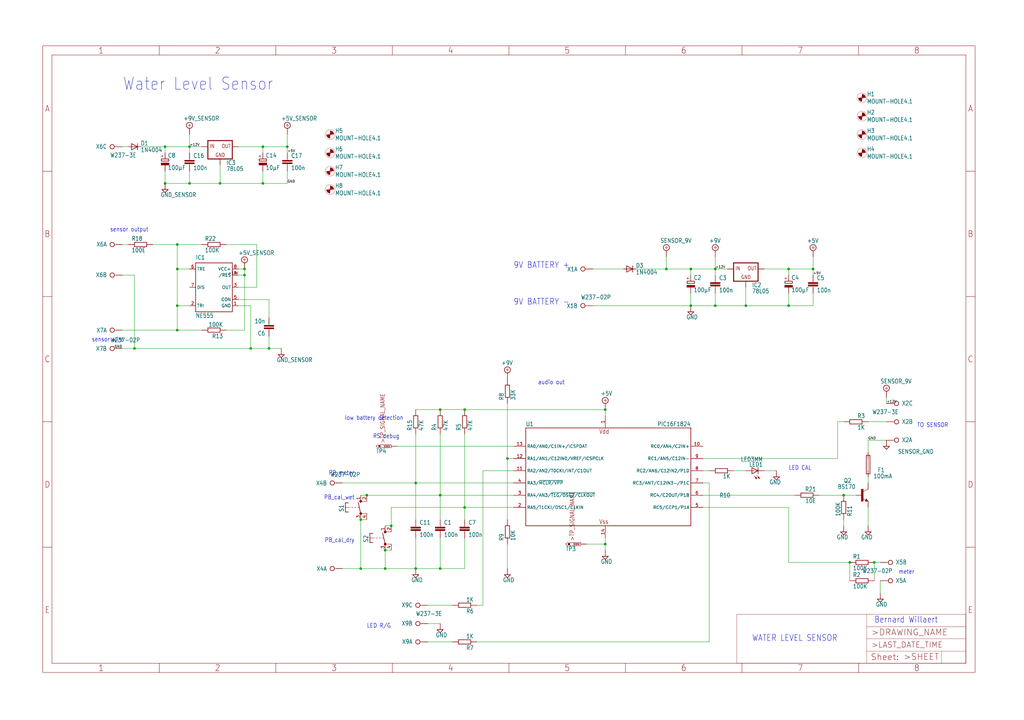
<source format=kicad_sch>
(kicad_sch (version 20211123) (generator eeschema)
  (paper "User" 425.45 299.161)
  (lib_symbols
    (symbol "WLS-eagle-import:+12V" (power)
      (property "Value" "+12V" (at -2.54 3.175 0))
      (symbol "+12V_1_0"
        (pin power_in line (at 0 -2.54 90) (length 2.54) (name "+12V") (number "1"))
      )
    )
    (symbol "WLS-eagle-import:+5V" (power)
      (property "Value" "+5V" (at -1.905 3.175 0))
      (symbol "+5V_1_0"
        (pin power_in line (at 0 -2.54 90) (length 2.54) (name "+5V") (number "1"))
      )
    )
    (symbol "WLS-eagle-import:-NPN-TO92-CBE"
      (property "Reference" "T" (at -10.16 7.62 0))
      (property "Value" "-NPN-TO92-CBE" (at -10.16 5.08 0))
      (symbol "-NPN-TO92-CBE_1_0"
        (pin passive line (at -2.54 0 0) (length 2.54) (name "B") (number "B"))
        (pin passive line (at 2.54 5.08 270) (length 2.54) (name "C") (number "C"))
        (pin passive line (at 2.54 -5.08 90) (length 2.54) (name "E") (number "E"))
      )
    )
    (symbol "WLS-eagle-import:1N4004"
      (property "Reference" "D" (at 2.54 0.4826 0))
      (property "Value" "1N4004" (at 2.54 -2.3114 0))
      (symbol "1N4004_1_0"
        (pin passive line (at -2.54 0 0) (length 2.54) (name "A") (number "A"))
        (pin passive line (at 2.54 0 180) (length 2.54) (name "C") (number "C"))
      )
    )
    (symbol "WLS-eagle-import:78LXX"
      (property "Reference" "IC" (at 2.54 -7.62 0))
      (property "Value" "78LXX" (at 2.54 -10.16 0))
      (symbol "78LXX_1_0"
        (text "GND" (at -2.032 -4.318 0) (effects (font (size 1.524 1.2954)) (justify left bottom)))
        (text "IN" (at -4.445 -0.635 0) (effects (font (size 1.524 1.2954)) (justify left bottom)))
        (text "OUT" (at 0.635 -0.635 0) (effects (font (size 1.524 1.2954)) (justify left bottom)))
        (pin input line (at 0 -7.62 90) (length 2.54) (name "GND") (number "GND"))
        (pin input line (at -7.62 0 0) (length 2.54) (name "IN") (number "IN"))
        (pin passive line (at 7.62 0 180) (length 2.54) (name "OUT") (number "OUT"))
      )
    )
    (symbol "WLS-eagle-import:A3L-LOC"
      (symbol "A3L-LOC_0_0"
        (text "1" (at 24.2094 1.905 0) (effects (font (size 2.54 2.286))))
        (text "1" (at 24.2094 258.445 0) (effects (font (size 2.54 2.286))))
        (text "2" (at 72.6281 1.905 0) (effects (font (size 2.54 2.286))))
        (text "2" (at 72.6281 258.445 0) (effects (font (size 2.54 2.286))))
        (text "3" (at 121.0469 1.905 0) (effects (font (size 2.54 2.286))))
        (text "3" (at 121.0469 258.445 0) (effects (font (size 2.54 2.286))))
        (text "4" (at 169.4656 1.905 0) (effects (font (size 2.54 2.286))))
        (text "4" (at 169.4656 258.445 0) (effects (font (size 2.54 2.286))))
        (text "5" (at 217.8844 1.905 0) (effects (font (size 2.54 2.286))))
        (text "5" (at 217.8844 258.445 0) (effects (font (size 2.54 2.286))))
        (text "6" (at 266.3031 1.905 0) (effects (font (size 2.54 2.286))))
        (text "6" (at 266.3031 258.445 0) (effects (font (size 2.54 2.286))))
        (text "7" (at 314.7219 1.905 0) (effects (font (size 2.54 2.286))))
        (text "7" (at 314.7219 258.445 0) (effects (font (size 2.54 2.286))))
        (text "8" (at 363.1406 1.905 0) (effects (font (size 2.54 2.286))))
        (text "8" (at 363.1406 258.445 0) (effects (font (size 2.54 2.286))))
        (text "A" (at 1.905 234.315 0) (effects (font (size 2.54 2.286))))
        (text "A" (at 385.445 234.315 0) (effects (font (size 2.54 2.286))))
        (text "B" (at 1.905 182.245 0) (effects (font (size 2.54 2.286))))
        (text "B" (at 385.445 182.245 0) (effects (font (size 2.54 2.286))))
        (text "C" (at 1.905 130.175 0) (effects (font (size 2.54 2.286))))
        (text "C" (at 385.445 130.175 0) (effects (font (size 2.54 2.286))))
        (text "D" (at 1.905 78.105 0) (effects (font (size 2.54 2.286))))
        (text "D" (at 385.445 78.105 0) (effects (font (size 2.54 2.286))))
        (text "E" (at 1.905 26.035 0) (effects (font (size 2.54 2.286))))
        (text "E" (at 385.445 26.035 0) (effects (font (size 2.54 2.286))))
      )
      (symbol "A3L-LOC_1_0"
        (text ">DRAWING_NAME" (at 344.17 15.24 0) (effects (font (size 2.54 2.54)) (justify left bottom)))
        (text ">LAST_DATE_TIME" (at 344.17 10.16 0) (effects (font (size 2.286 2.286)) (justify left bottom)))
        (text ">SHEET" (at 357.505 5.08 0) (effects (font (size 2.54 2.54)) (justify left bottom)))
        (text "Sheet:" (at 343.916 4.953 0) (effects (font (size 2.54 2.54)) (justify left bottom)))
      )
    )
    (symbol "WLS-eagle-import:C-EU050-025X075"
      (property "Reference" "C" (at 1.524 0.381 0))
      (property "Value" "C-EU050-025X075" (at 1.524 -4.699 0))
      (symbol "C-EU050-025X075_1_0"
        (pin passive line (at 0 2.54 270) (length 2.54) (name "1") (number "1"))
        (pin passive line (at 0 -5.08 90) (length 2.54) (name "2") (number "2"))
      )
    )
    (symbol "WLS-eagle-import:CPOL-EUE5-6"
      (property "Reference" "C" (at 1.143 0.4826 0))
      (property "Value" "CPOL-EUE5-6" (at 1.143 -4.5974 0))
      (symbol "CPOL-EUE5-6_1_0"
        (text "+" (at -0.5842 0.4064 900) (effects (font (size 1.27 1.0795)) (justify left bottom)))
        (pin passive line (at 0 2.54 270) (length 2.54) (name "+") (number "+"))
        (pin passive line (at 0 -5.08 90) (length 2.54) (name "-") (number "-"))
      )
    )
    (symbol "WLS-eagle-import:DTE6K"
      (property "Reference" "S" (at -6.985 -1.905 90))
      (property "Value" "DTE6K" (at -4.445 2.54 90))
      (symbol "DTE6K_1_0"
        (pin passive line (at 0 5.08 270) (length 2.54) (name "S") (number "1"))
        (pin passive line (at 2.54 5.08 270) (length 2.54) (name "S@1") (number "2"))
        (pin passive line (at 0 -5.08 90) (length 2.54) (name "P") (number "3"))
        (pin passive line (at 2.54 -5.08 90) (length 2.54) (name "P@1") (number "4"))
      )
    )
    (symbol "WLS-eagle-import:GND" (power)
      (property "Value" "GND" (at -1.905 -3.175 0))
      (symbol "GND_1_0"
        (pin power_in line (at 0 2.54 270) (length 2.54) (name "GND") (number "1"))
      )
    )
    (symbol "WLS-eagle-import:LED3MM"
      (property "Reference" "LED" (at 3.556 -4.572 90))
      (property "Value" "LED3MM" (at 5.715 -4.572 90))
      (symbol "LED3MM_1_0"
        (pin passive line (at 0 2.54 270) (length 2.54) (name "A") (number "A"))
        (pin passive line (at 0 -5.08 90) (length 2.54) (name "C") (number "K"))
      )
    )
    (symbol "WLS-eagle-import:MOUNT-HOLE4.1"
      (property "Reference" "H" (at 2.032 0.5842 0))
      (property "Value" "MOUNT-HOLE4.1" (at 2.032 -2.4638 0))
    )
    (symbol "WLS-eagle-import:NE555"
      (property "Reference" "IC" (at -7.62 11.43 0))
      (property "Value" "NE555" (at -7.62 -12.7 0))
      (symbol "NE555_1_0"
        (pin power_in line (at 10.16 -7.62 180) (length 2.54) (name "GND") (number "1"))
        (pin input line (at -10.16 -7.62 0) (length 2.54) (name "TRI") (number "2"))
        (pin output line (at 10.16 0 180) (length 2.54) (name "OUT") (number "3"))
        (pin input line (at 10.16 5.08 180) (length 2.54) (name "/RES") (number "4"))
        (pin input line (at 10.16 -5.08 180) (length 2.54) (name "CON") (number "5"))
        (pin input line (at -10.16 7.62 0) (length 2.54) (name "TRE") (number "6"))
        (pin input line (at -10.16 0 0) (length 2.54) (name "DIS") (number "7"))
        (pin power_in line (at 10.16 7.62 180) (length 2.54) (name "VCC+") (number "8"))
      )
    )
    (symbol "WLS-eagle-import:PIC16616P"
      (property "Reference" "U" (at -33.02 20.955 0))
      (property "Value" "PIC16616P" (at 35.56 20.955 0))
      (symbol "PIC16616P_1_0"
        (text "Vdd" (at -2.54 17.78 0) (effects (font (size 1.778 1.5113)) (justify left bottom)))
        (text "Vss" (at -2.54 -19.685 0) (effects (font (size 1.778 1.5113)) (justify left bottom)))
        (pin power_in line (at 0 25.4 270) (length 5.08) (name "VDD") (number "1"))
        (pin bidirectional line (at 40.64 12.7 180) (length 5.08) (name "RC0/AN4/C2IN+") (number "10"))
        (pin bidirectional line (at -38.1 2.54 0) (length 5.08) (name "RA2/AN2/T0CKI/INT/C1OUT") (number "11"))
        (pin bidirectional line (at -38.1 7.62 0) (length 5.08) (name "RA1/AN1/C12IN0/VREF/ICSPCLK") (number "12"))
        (pin bidirectional line (at -38.1 12.7 0) (length 5.08) (name "RA0/AN0/C1IN+/ICSPDAT") (number "13"))
        (pin power_in line (at 0 -25.4 90) (length 5.08) (name "VSS") (number "14"))
        (pin bidirectional line (at -38.1 -12.7 0) (length 5.08) (name "RA5/T1CKI/OSC1/CLKIN") (number "2"))
        (pin bidirectional line (at -38.1 -7.62 0) (length 5.08) (name "RA4/AN3/~{T1G/OSC2/CLKOUT}") (number "3"))
        (pin input line (at -38.1 -2.54 0) (length 5.08) (name "RA3/~{MCLR/VPP}") (number "4"))
        (pin bidirectional line (at 40.64 -12.7 180) (length 5.08) (name "RC5/CCP1/P1A") (number "5"))
        (pin bidirectional line (at 40.64 -7.62 180) (length 5.08) (name "RC4/C2OUT/P1B") (number "6"))
        (pin bidirectional line (at 40.64 -2.54 180) (length 5.08) (name "RC3/AN7/C12IN3-/P1C") (number "7"))
        (pin bidirectional line (at 40.64 2.54 180) (length 5.08) (name "RC2/AN6/C12IN2/P1D") (number "8"))
        (pin bidirectional line (at 40.64 7.62 180) (length 5.08) (name "RC1/AN5/C12IN-") (number "9"))
      )
    )
    (symbol "WLS-eagle-import:PTR1PAD1-17"
      (property "Reference" "TP" (at -1.016 -6.35 90))
      (symbol "PTR1PAD1-17_1_0"
        (text ">TP_SIGNAL_NAME" (at 1.27 -2.54 0) (effects (font (size 1.778 1.5113)) (justify left bottom)))
        (pin input line (at 0 2.54 270) (length 2.54) (name "TP") (number "TP"))
      )
    )
    (symbol "WLS-eagle-import:R-EU_0207{slash}10"
      (property "Reference" "R" (at -3.81 1.4986 0))
      (property "Value" "R-EU_0207{slash}10" (at -3.81 -3.302 0))
      (symbol "R-EU_0207{slash}10_1_0"
        (pin passive line (at -5.08 0 0) (length 2.54) (name "1") (number "1"))
        (pin passive line (at 5.08 0 180) (length 2.54) (name "2") (number "2"))
      )
    )
    (symbol "WLS-eagle-import:TR5"
      (property "Reference" "F" (at -3.81 1.397 0))
      (property "Value" "TR5" (at -3.81 -2.921 0))
      (symbol "TR5_1_0"
        (pin passive line (at -5.08 0 0) (length 2.54) (name "1") (number "1"))
        (pin passive line (at 5.08 0 180) (length 2.54) (name "2") (number "2"))
      )
    )
    (symbol "WLS-eagle-import:W237-02P"
      (property "Reference" "X" (at -1.27 0.889 0))
      (property "Value" "W237-02P" (at 0 2.54 0))
      (symbol "W237-02P_1_0"
        (pin passive line (at 5.08 0 180) (length 2.54) (name "KL") (number "1"))
      )
      (symbol "W237-02P_2_0"
        (pin passive line (at 5.08 0 180) (length 2.54) (name "KL") (number "2"))
      )
    )
    (symbol "WLS-eagle-import:W237-3E"
      (property "Reference" "X" (at -1.27 0.889 0))
      (property "Value" "W237-3E" (at 0 2.54 0))
      (symbol "W237-3E_1_0"
        (pin passive line (at 5.08 0 180) (length 2.54) (name "KL") (number "1"))
      )
      (symbol "W237-3E_2_0"
        (pin passive line (at 5.08 0 180) (length 2.54) (name "KL") (number "2"))
      )
      (symbol "W237-3E_3_0"
        (pin passive line (at 5.08 0 180) (length 2.54) (name "KL") (number "3"))
      )
    )
  )
  (junction (at 152.4 205.74))
  (junction (at 182.88 205.74))
  (junction (at 182.88 236.22))
  (junction (at 210.82 190.5))
  (junction (at 251.46 170.18))
  (junction (at 251.46 226.06))
  (junction (at 91.44 76.2))
  (junction (at 78.74 60.96))
  (junction (at 327.66 127))
  (junction (at 363.22 233.68))
  (junction (at 172.72 200.66))
  (junction (at 101.6 114.3))
  (junction (at 337.82 111.76))
  (junction (at 101.6 111.76))
  (junction (at 353.06 233.68))
  (junction (at 68.58 60.96))
  (junction (at 327.66 111.76))
  (junction (at 111.76 144.78))
  (junction (at 160.02 228.6))
  (junction (at 350.52 205.74))
  (junction (at 162.56 218.44))
  (junction (at 297.18 111.76))
  (junction (at 109.22 76.2))
  (junction (at 182.88 170.18))
  (junction (at 193.04 210.82))
  (junction (at 160.02 236.22))
  (junction (at 297.18 127))
  (junction (at 149.86 236.22))
  (junction (at 287.02 127))
  (junction (at 309.88 127))
  (junction (at 193.04 170.18))
  (junction (at 78.74 76.2))
  (junction (at 109.22 60.96))
  (junction (at 276.86 111.76))
  (junction (at 149.86 215.9))
  (junction (at 73.66 137.16))
  (junction (at 55.88 144.78))
  (junction (at 104.14 144.78))
  (junction (at 73.66 101.6))
  (junction (at 172.72 236.22))
  (junction (at 119.38 60.96))
  (junction (at 73.66 127))
  (junction (at 73.66 111.76))
  (junction (at 68.58 76.2))
  (junction (at 287.02 111.76))
  (wire (pts (xy 193.04 170.18) (xy 251.46 170.18)))
  (wire (pts (xy 360.68 175.26) (xy 368.3 175.26)))
  (wire (pts (xy 106.68 101.6) (xy 106.68 119.38)))
  (wire (pts (xy 355.6 205.74) (xy 350.52 205.74)))
  (wire (pts (xy 109.22 60.96) (xy 119.38 60.96)))
  (wire (pts (xy 172.72 223.52) (xy 172.72 236.22)))
  (wire (pts (xy 50.8 137.16) (xy 73.66 137.16)))
  (wire (pts (xy 210.82 236.22) (xy 210.82 226.06)))
  (wire (pts (xy 160.02 228.6) (xy 160.02 236.22)))
  (wire (pts (xy 162.56 218.44) (xy 160.02 218.44)))
  (wire (pts (xy 149.86 215.9) (xy 149.86 236.22)))
  (wire (pts (xy 99.06 60.96) (xy 109.22 60.96)))
  (wire (pts (xy 297.18 121.92) (xy 297.18 127)))
  (wire (pts (xy 172.72 180.34) (xy 172.72 200.66)))
  (wire (pts (xy 109.22 63.5) (xy 109.22 60.96)))
  (wire (pts (xy 78.74 60.96) (xy 78.74 55.88)))
  (wire (pts (xy 68.58 76.2) (xy 78.74 76.2)))
  (wire (pts (xy 101.6 114.3) (xy 101.6 111.76)))
  (wire (pts (xy 111.76 124.46) (xy 111.76 132.08)))
  (wire (pts (xy 83.82 137.16) (xy 73.66 137.16)))
  (wire (pts (xy 294.64 266.7) (xy 198.12 266.7)))
  (wire (pts (xy 73.66 111.76) (xy 78.74 111.76)))
  (wire (pts (xy 152.4 205.74) (xy 182.88 205.74)))
  (wire (pts (xy 111.76 139.7) (xy 111.76 144.78)))
  (wire (pts (xy 83.82 101.6) (xy 73.66 101.6)))
  (wire (pts (xy 172.72 170.18) (xy 182.88 170.18)))
  (wire (pts (xy 210.82 190.5) (xy 213.36 190.5)))
  (wire (pts (xy 193.04 180.34) (xy 193.04 210.82)))
  (wire (pts (xy 292.1 205.74) (xy 330.2 205.74)))
  (wire (pts (xy 182.88 205.74) (xy 213.36 205.74)))
  (wire (pts (xy 104.14 144.78) (xy 111.76 144.78)))
  (wire (pts (xy 337.82 127) (xy 337.82 121.92)))
  (wire (pts (xy 152.4 205.74) (xy 149.86 205.74)))
  (wire (pts (xy 101.6 111.76) (xy 99.06 111.76)))
  (wire (pts (xy 193.04 236.22) (xy 193.04 223.52)))
  (wire (pts (xy 350.52 215.9) (xy 350.52 218.44)))
  (wire (pts (xy 177.8 259.08) (xy 182.88 259.08)))
  (wire (pts (xy 78.74 60.96) (xy 83.82 60.96)))
  (wire (pts (xy 276.86 106.68) (xy 276.86 111.76)))
  (wire (pts (xy 327.66 210.82) (xy 327.66 233.68)))
  (wire (pts (xy 360.68 200.66) (xy 360.68 198.12)))
  (wire (pts (xy 246.38 111.76) (xy 259.08 111.76)))
  (wire (pts (xy 50.8 60.96) (xy 53.34 60.96)))
  (wire (pts (xy 55.88 144.78) (xy 104.14 144.78)))
  (wire (pts (xy 347.98 190.5) (xy 347.98 175.26)))
  (wire (pts (xy 63.5 101.6) (xy 73.66 101.6)))
  (wire (pts (xy 91.44 68.58) (xy 91.44 76.2)))
  (wire (pts (xy 182.88 236.22) (xy 193.04 236.22)))
  (wire (pts (xy 152.4 215.9) (xy 149.86 215.9)))
  (wire (pts (xy 142.24 200.66) (xy 172.72 200.66)))
  (wire (pts (xy 78.74 76.2) (xy 91.44 76.2)))
  (wire (pts (xy 264.16 111.76) (xy 276.86 111.76)))
  (wire (pts (xy 347.98 175.26) (xy 350.52 175.26)))
  (wire (pts (xy 193.04 210.82) (xy 213.36 210.82)))
  (wire (pts (xy 287.02 111.76) (xy 297.18 111.76)))
  (wire (pts (xy 119.38 63.5) (xy 119.38 60.96)))
  (wire (pts (xy 365.76 241.3) (xy 365.76 246.38)))
  (wire (pts (xy 309.88 127) (xy 327.66 127)))
  (wire (pts (xy 182.88 170.18) (xy 193.04 170.18)))
  (wire (pts (xy 182.88 236.22) (xy 172.72 236.22)))
  (wire (pts (xy 297.18 111.76) (xy 302.26 111.76)))
  (wire (pts (xy 149.86 236.22) (xy 142.24 236.22)))
  (wire (pts (xy 172.72 236.22) (xy 160.02 236.22)))
  (wire (pts (xy 200.66 251.46) (xy 200.66 195.58)))
  (wire (pts (xy 309.88 119.38) (xy 309.88 127)))
  (wire (pts (xy 68.58 71.12) (xy 68.58 76.2)))
  (wire (pts (xy 182.88 215.9) (xy 182.88 205.74)))
  (wire (pts (xy 101.6 137.16) (xy 93.98 137.16)))
  (wire (pts (xy 160.02 236.22) (xy 149.86 236.22)))
  (wire (pts (xy 360.68 182.88) (xy 360.68 187.96)))
  (wire (pts (xy 327.66 127) (xy 337.82 127)))
  (wire (pts (xy 294.64 200.66) (xy 294.64 266.7)))
  (wire (pts (xy 101.6 114.3) (xy 101.6 137.16)))
  (wire (pts (xy 317.5 111.76) (xy 327.66 111.76)))
  (wire (pts (xy 50.8 101.6) (xy 53.34 101.6)))
  (wire (pts (xy 119.38 60.96) (xy 119.38 55.88)))
  (wire (pts (xy 198.12 251.46) (xy 200.66 251.46)))
  (wire (pts (xy 99.06 127) (xy 104.14 127)))
  (wire (pts (xy 55.88 114.3) (xy 55.88 144.78)))
  (wire (pts (xy 165.1 185.42) (xy 213.36 185.42)))
  (wire (pts (xy 327.66 233.68) (xy 353.06 233.68)))
  (wire (pts (xy 327.66 111.76) (xy 337.82 111.76)))
  (wire (pts (xy 287.02 127) (xy 297.18 127)))
  (wire (pts (xy 353.06 233.68) (xy 353.06 241.3)))
  (wire (pts (xy 213.36 195.58) (xy 200.66 195.58)))
  (wire (pts (xy 50.8 144.78) (xy 55.88 144.78)))
  (wire (pts (xy 104.14 127) (xy 104.14 144.78)))
  (wire (pts (xy 68.58 60.96) (xy 78.74 60.96)))
  (wire (pts (xy 287.02 114.3) (xy 287.02 111.76)))
  (wire (pts (xy 177.8 266.7) (xy 187.96 266.7)))
  (wire (pts (xy 162.56 228.6) (xy 160.02 228.6)))
  (wire (pts (xy 78.74 71.12) (xy 78.74 76.2)))
  (wire (pts (xy 193.04 215.9) (xy 193.04 210.82)))
  (wire (pts (xy 337.82 114.3) (xy 337.82 111.76)))
  (wire (pts (xy 251.46 226.06) (xy 251.46 223.52)))
  (wire (pts (xy 292.1 190.5) (xy 347.98 190.5)))
  (wire (pts (xy 363.22 233.68) (xy 365.76 233.68)))
  (wire (pts (xy 91.44 76.2) (xy 109.22 76.2)))
  (wire (pts (xy 210.82 215.9) (xy 210.82 190.5)))
  (wire (pts (xy 297.18 127) (xy 309.88 127)))
  (wire (pts (xy 292.1 210.82) (xy 327.66 210.82)))
  (wire (pts (xy 68.58 63.5) (xy 68.58 60.96)))
  (wire (pts (xy 251.46 228.6) (xy 251.46 226.06)))
  (wire (pts (xy 109.22 76.2) (xy 119.38 76.2)))
  (wire (pts (xy 304.8 195.58) (xy 309.88 195.58)))
  (wire (pts (xy 363.22 241.3) (xy 363.22 233.68)))
  (wire (pts (xy 99.06 114.3) (xy 101.6 114.3)))
  (wire (pts (xy 368.3 167.64) (xy 368.3 165.1)))
  (wire (pts (xy 368.3 182.88) (xy 360.68 182.88)))
  (wire (pts (xy 58.42 60.96) (xy 68.58 60.96)))
  (wire (pts (xy 297.18 111.76) (xy 297.18 106.68)))
  (wire (pts (xy 292.1 195.58) (xy 294.64 195.58)))
  (wire (pts (xy 162.56 210.82) (xy 193.04 210.82)))
  (wire (pts (xy 106.68 101.6) (xy 93.98 101.6)))
  (wire (pts (xy 327.66 121.92) (xy 327.66 127)))
  (wire (pts (xy 78.74 127) (xy 73.66 127)))
  (wire (pts (xy 246.38 127) (xy 287.02 127)))
  (wire (pts (xy 172.72 200.66) (xy 172.72 215.9)))
  (wire (pts (xy 297.18 114.3) (xy 297.18 111.76)))
  (wire (pts (xy 276.86 111.76) (xy 287.02 111.76)))
  (wire (pts (xy 317.5 195.58) (xy 322.58 195.58)))
  (wire (pts (xy 73.66 137.16) (xy 73.66 127)))
  (wire (pts (xy 182.88 180.34) (xy 182.88 205.74)))
  (wire (pts (xy 360.68 218.44) (xy 360.68 210.82)))
  (wire (pts (xy 172.72 200.66) (xy 213.36 200.66)))
  (wire (pts (xy 78.74 63.5) (xy 78.74 60.96)))
  (wire (pts (xy 251.46 170.18) (xy 251.46 172.72)))
  (wire (pts (xy 210.82 190.5) (xy 210.82 167.64)))
  (wire (pts (xy 106.68 119.38) (xy 99.06 119.38)))
  (wire (pts (xy 162.56 210.82) (xy 162.56 218.44)))
  (wire (pts (xy 327.66 114.3) (xy 327.66 111.76)))
  (wire (pts (xy 177.8 251.46) (xy 187.96 251.46)))
  (wire (pts (xy 50.8 114.3) (xy 55.88 114.3)))
  (wire (pts (xy 73.66 127) (xy 73.66 111.76)))
  (wire (pts (xy 73.66 101.6) (xy 73.66 111.76)))
  (wire (pts (xy 111.76 144.78) (xy 116.84 144.78)))
  (wire (pts (xy 109.22 71.12) (xy 109.22 76.2)))
  (wire (pts (xy 119.38 76.2) (xy 119.38 71.12)))
  (wire (pts (xy 99.06 124.46) (xy 111.76 124.46)))
  (wire (pts (xy 292.1 200.66) (xy 294.64 200.66)))
  (wire (pts (xy 251.46 226.06) (xy 243.84 226.06)))
  (wire (pts (xy 287.02 121.92) (xy 287.02 127)))
  (wire (pts (xy 350.52 205.74) (xy 340.36 205.74)))
  (wire (pts (xy 182.88 223.52) (xy 182.88 236.22)))
  (wire (pts (xy 337.82 111.76) (xy 337.82 106.68)))
  (text "9V BATTERY -" (at 213.36 127 180) (effects (font (size 2.54 2.159)) (justify left bottom)))
  (text "9V BATTERY +" (at 213.36 111.76 180) (effects (font (size 2.54 2.159)) (justify left bottom)))
  (text "Water Level Sensor" (at 50.96 37.96 180) (effects (font (size 5.08 4.318)) (justify left bottom)))
  (text "sensor wire" (at 38.1 142.24 180) (effects (font (size 1.778 1.5113)) (justify left bottom)))
  (text "LED CAL" (at 327.66 195.58 180) (effects (font (size 1.778 1.5113)) (justify left bottom)))
  (text "PB_meter" (at 147.32 195.58 180) (effects (font (size 1.778 1.5113)) (justify right top)))
  (text "sensor output" (at 45.72 96.52 180) (effects (font (size 1.778 1.5113)) (justify left bottom)))
  (text "TO SENSOR" (at 381 177.8 180) (effects (font (size 1.778 1.5113)) (justify left bottom)))
  (text "audio out" (at 223.52 160.02 180) (effects (font (size 1.778 1.5113)) (justify left bottom)))
  (text "meter" (at 373.38 238.76 180) (effects (font (size 1.778 1.5113)) (justify left bottom)))
  (text "low battery detection" (at 167.64 172.72 180) (effects (font (size 1.778 1.5113)) (justify right top)))
  (text "PB_cal_wet" (at 147.32 205.74 180) (effects (font (size 1.778 1.5113)) (justify right top)))
  (text "WATER LEVEL SENSOR" (at 312.42 266.7 180) (effects (font (size 2.54 2.159)) (justify left bottom)))
  (text "PB_cal_dry" (at 147.32 223.52 180) (effects (font (size 1.778 1.5113)) (justify right top)))
  (text "Bernard Willaert" (at 363.22 259.08 180) (effects (font (size 2.54 2.159)) (justify left bottom)))
  (text "RS debug" (at 154.94 180.34 180) (effects (font (size 1.778 1.5113)) (justify left top)))
  (text "LED R/G" (at 152.4 259.08 180) (effects (font (size 1.778 1.5113)) (justify left top)))
  (label "+5V" (at 119.38 63.5 0) (effects (font (size 1.016 1.016))))
  (label "GND" (at 119.38 76.2 0) (effects (font (size 1.016 1.016))))
  (label "GND" (at 360.68 182.88 0) (effects (font (size 1.016 1.016))))
  (label "GND" (at 50.8 144.78 180) (effects (font (size 1.016 1.016))))
  (label "+12V" (at 78.74 60.96 0) (effects (font (size 1.016 1.016))))
  (label "+12V" (at 297.18 111.76 0) (effects (font (size 1.016 1.016))))
  (label "+12V" (at 99.06 114.3 180) (effects (font (size 1.016 1.016))))
  (label "+12V" (at 368.3 167.64 0) (effects (font (size 1.016 1.016))))
  (label "+5V" (at 337.82 114.3 0) (effects (font (size 1.016 1.016))))
  (symbol (lib_id "WLS-eagle-import:R-EU_0207{slash}10") (at 193.04 175.26 90)
    (property "Reference" "R5" (at 191.5414 179.07 0) (effects (font (size 1.778 1.5113)) (justify left bottom)))
    (property "Value" "47K" (at 196.342 179.07 0) (effects (font (size 1.778 1.5113)) (justify left bottom)))
    (property "Footprint" "WLS:0207_10" (effects hide))
  )
  (symbol (lib_id "WLS-eagle-import:R-EU_0207{slash}10") (at 350.52 210.82 270) (mirror x)
    (property "Reference" "R11" (at 352.0186 214.63 0) (effects (font (size 1.778 1.5113)) (justify left bottom)))
    (property "Value" "100K" (at 347.218 214.63 0) (effects (font (size 1.778 1.5113)) (justify left bottom)))
    (property "Footprint" "WLS:0207_10" (effects hide))
  )
  (symbol (lib_id "WLS-eagle-import:LED3MM") (at 312.42 195.58 90)
    (property "Reference" "LED1" (at 316.992 192.024 90) (effects (font (size 1.778 1.5113)) (justify left bottom)))
    (property "Value" "LED3MM" (at 316.992 189.865 90) (effects (font (size 1.778 1.5113)) (justify left bottom)))
    (property "Footprint" "WLS:LED3MM" (effects hide))
  )
  (symbol (lib_id "WLS-eagle-import:+12V") (at 276.86 104.14 0) (unit 1)
    (property "Reference" "#SUPPLY12" (effects hide))
    (property "Value" "SENSOR_9V" (at 274.32 100.965 0) (effects (font (size 1.778 1.5113)) (justify left bottom)))
    (property "Footprint" "WLS:" (effects hide))
  )
  (symbol (lib_id "WLS-eagle-import:MOUNT-HOLE4.1") (at 358.14 48.26 0) (unit 1)
    (property "Reference" "H2" (at 360.172 47.6758 0) (effects (font (size 1.778 1.5113)) (justify left bottom)))
    (property "Value" "MOUNT-HOLE4.1" (at 360.172 50.7238 0) (effects (font (size 1.778 1.5113)) (justify left bottom)))
    (property "Footprint" "WLS:4,1" (effects hide))
  )
  (symbol (lib_id "WLS-eagle-import:R-EU_0207{slash}10") (at 172.72 175.26 90)
    (property "Reference" "R15" (at 171.2214 179.07 0) (effects (font (size 1.778 1.5113)) (justify left bottom)))
    (property "Value" "47K" (at 176.022 179.07 0) (effects (font (size 1.778 1.5113)) (justify left bottom)))
    (property "Footprint" "WLS:0207_10" (effects hide))
  )
  (symbol (lib_id "WLS-eagle-import:+12V") (at 368.3 162.56 0) (unit 1)
    (property "Reference" "#SUPPLY7" (effects hide))
    (property "Value" "SENSOR_9V" (at 365.76 159.385 0) (effects (font (size 1.778 1.5113)) (justify left bottom)))
    (property "Footprint" "WLS:" (effects hide))
  )
  (symbol (lib_id "WLS-eagle-import:+12V") (at 78.74 53.34 0) (unit 1)
    (property "Reference" "#SUPPLY18" (effects hide))
    (property "Value" "+9V_SENSOR" (at 76.2 50.165 0) (effects (font (size 1.778 1.5113)) (justify left bottom)))
    (property "Footprint" "WLS:" (effects hide))
  )
  (symbol (lib_id "WLS-eagle-import:GND") (at 210.82 238.76 0) (unit 1)
    (property "Reference" "#SUPPLY21" (effects hide))
    (property "Value" "GND" (at 208.915 241.935 0) (effects (font (size 1.778 1.5113)) (justify left bottom)))
    (property "Footprint" "WLS:" (effects hide))
  )
  (symbol (lib_id "WLS-eagle-import:PTR1PAD1-17") (at 241.3 226.06 270) (mirror x)
    (property "Reference" "TP3" (at 234.95 227.076 90) (effects (font (size 1.778 1.5113)) (justify left bottom)))
    (property "Value" "PTR1PAD1-17" (effects hide))
    (property "Footprint" "WLS:P1-17" (effects hide))
  )
  (symbol (lib_id "WLS-eagle-import:PIC16616P") (at 251.46 198.12 0)
    (property "Reference" "U1" (at 218.44 177.165 0) (effects (font (size 1.778 1.5113)) (justify left bottom)))
    (property "Value" "PIC16F1824" (at 287.02 177.165 0) (effects (font (size 1.778 1.5113)) (justify right bottom)))
    (property "Footprint" "WLS:DIP-14" (effects hide))
  )
  (symbol (lib_id "WLS-eagle-import:C-EU050-025X075") (at 337.82 116.84 0)
    (property "Reference" "C5" (at 339.344 116.459 0) (effects (font (size 1.778 1.5113)) (justify left bottom)))
    (property "Value" "100n" (at 339.344 121.539 0) (effects (font (size 1.778 1.5113)) (justify left bottom)))
    (property "Footprint" "WLS:C050-025X075" (effects hide))
  )
  (symbol (lib_id "WLS-eagle-import:A3L-LOC") (at 17.78 279.4 0) (unit 1)
    (property "Reference" "#FRAME1" (effects hide))
    (property "Value" "A3L-LOC" (effects hide))
    (property "Footprint" "WLS:" (effects hide))
  )
  (symbol (lib_id "WLS-eagle-import:+12V") (at 119.38 53.34 0) (unit 1)
    (property "Reference" "#SUPPLY13" (effects hide))
    (property "Value" "+5V_SENSOR" (at 116.84 50.165 0) (effects (font (size 1.778 1.5113)) (justify left bottom)))
    (property "Footprint" "WLS:" (effects hide))
  )
  (symbol (lib_id "WLS-eagle-import:+12V") (at 210.82 154.94 0) (unit 1)
    (property "Reference" "#SUPPLY8" (effects hide))
    (property "Value" "+9V" (at 208.28 151.765 0) (effects (font (size 1.778 1.5113)) (justify left bottom)))
    (property "Footprint" "WLS:" (effects hide))
  )
  (symbol (lib_id "WLS-eagle-import:MOUNT-HOLE4.1") (at 358.14 40.64 0) (unit 1)
    (property "Reference" "H1" (at 360.172 40.0558 0) (effects (font (size 1.778 1.5113)) (justify left bottom)))
    (property "Value" "MOUNT-HOLE4.1" (at 360.172 43.1038 0) (effects (font (size 1.778 1.5113)) (justify left bottom)))
    (property "Footprint" "WLS:4,1" (effects hide))
  )
  (symbol (lib_id "WLS-eagle-import:W237-02P") (at 45.72 137.16 0)
    (property "Reference" "X7" (at 44.45 136.271 0) (effects (font (size 1.778 1.5113)) (justify right top)))
    (property "Value" "W237-02P" (effects hide))
    (property "Footprint" "WLS:W237-132" (effects hide))
  )
  (symbol (lib_id "WLS-eagle-import:GND") (at 350.52 220.98 0) (mirror y) (unit 1)
    (property "Reference" "#SUPPLY16" (effects hide))
    (property "Value" "GND" (at 352.425 224.155 0) (effects (font (size 1.778 1.5113)) (justify left bottom)))
    (property "Footprint" "WLS:" (effects hide))
  )
  (symbol (lib_id "WLS-eagle-import:+12V") (at 297.18 104.14 0) (unit 1)
    (property "Reference" "#SUPPLY1" (effects hide))
    (property "Value" "+9V" (at 294.64 100.965 0) (effects (font (size 1.778 1.5113)) (justify left bottom)))
    (property "Footprint" "WLS:" (effects hide))
  )
  (symbol (lib_id "WLS-eagle-import:W237-02P") (at 45.72 144.78 0)
    (property "Reference" "X7" (at 44.45 143.891 0) (effects (font (size 1.778 1.5113)) (justify right top)))
    (property "Value" "W237-02P" (at 45.72 142.24 0) (effects (font (size 1.778 1.5113)) (justify left bottom)))
    (property "Footprint" "WLS:W237-132" (effects hide))
  )
  (symbol (lib_id "WLS-eagle-import:R-EU_0207{slash}10") (at 88.9 101.6 0)
    (property "Reference" "R22" (at 85.09 100.1014 0) (effects (font (size 1.778 1.5113)) (justify left bottom)))
    (property "Value" "100K" (at 85.09 104.902 0) (effects (font (size 1.778 1.5113)) (justify left bottom)))
    (property "Footprint" "WLS:0207_10" (effects hide))
  )
  (symbol (lib_id "WLS-eagle-import:W237-3E") (at 45.72 60.96 0) (mirror x)
    (property "Reference" "X6" (at 44.45 61.849 0) (effects (font (size 1.778 1.5113)) (justify right top)))
    (property "Value" "W237-3E" (at 45.72 63.5 0) (effects (font (size 1.778 1.5113)) (justify left bottom)))
    (property "Footprint" "WLS:W237-3E" (effects hide))
  )
  (symbol (lib_id "WLS-eagle-import:MOUNT-HOLE4.1") (at 137.16 55.88 0) (unit 1)
    (property "Reference" "H5" (at 139.192 55.2958 0) (effects (font (size 1.778 1.5113)) (justify left bottom)))
    (property "Value" "MOUNT-HOLE4.1" (at 139.192 58.3438 0) (effects (font (size 1.778 1.5113)) (justify left bottom)))
    (property "Footprint" "WLS:4,1" (effects hide))
  )
  (symbol (lib_id "WLS-eagle-import:R-EU_0207{slash}10") (at 358.14 241.3 0)
    (property "Reference" "R2" (at 354.33 239.8014 0) (effects (font (size 1.778 1.5113)) (justify left bottom)))
    (property "Value" "100K" (at 354.33 244.602 0) (effects (font (size 1.778 1.5113)) (justify left bottom)))
    (property "Footprint" "WLS:0207_10" (effects hide))
  )
  (symbol (lib_id "WLS-eagle-import:MOUNT-HOLE4.1") (at 137.16 71.12 0) (unit 1)
    (property "Reference" "H7" (at 139.192 70.5358 0) (effects (font (size 1.778 1.5113)) (justify left bottom)))
    (property "Value" "MOUNT-HOLE4.1" (at 139.192 73.5838 0) (effects (font (size 1.778 1.5113)) (justify left bottom)))
    (property "Footprint" "WLS:4,1" (effects hide))
  )
  (symbol (lib_id "WLS-eagle-import:R-EU_0207{slash}10") (at 193.04 266.7 180)
    (property "Reference" "R7" (at 196.85 268.1986 0) (effects (font (size 1.778 1.5113)) (justify left bottom)))
    (property "Value" "1K" (at 196.85 263.398 0) (effects (font (size 1.778 1.5113)) (justify left bottom)))
    (property "Footprint" "WLS:0207_10" (effects hide))
  )
  (symbol (lib_id "WLS-eagle-import:NE555") (at 88.9 119.38 0)
    (property "Reference" "IC1" (at 81.28 107.95 0) (effects (font (size 1.778 1.5113)) (justify left bottom)))
    (property "Value" "NE555" (at 81.28 132.08 0) (effects (font (size 1.778 1.5113)) (justify left bottom)))
    (property "Footprint" "WLS:DIL-08" (effects hide))
  )
  (symbol (lib_id "WLS-eagle-import:C-EU050-025X075") (at 111.76 137.16 180)
    (property "Reference" "C6" (at 110.236 137.541 0) (effects (font (size 1.778 1.5113)) (justify left bottom)))
    (property "Value" "10n" (at 110.236 132.461 0) (effects (font (size 1.778 1.5113)) (justify left bottom)))
    (property "Footprint" "WLS:C050-025X075" (effects hide))
  )
  (symbol (lib_id "WLS-eagle-import:C-EU050-025X075") (at 119.38 66.04 0)
    (property "Reference" "C17" (at 120.904 65.659 0) (effects (font (size 1.778 1.5113)) (justify left bottom)))
    (property "Value" "100n" (at 120.904 70.739 0) (effects (font (size 1.778 1.5113)) (justify left bottom)))
    (property "Footprint" "WLS:C050-025X075" (effects hide))
  )
  (symbol (lib_id "WLS-eagle-import:W237-3E") (at 172.72 266.7 0) (mirror x)
    (property "Reference" "X9" (at 171.45 267.589 0) (effects (font (size 1.778 1.5113)) (justify right top)))
    (property "Value" "W237-3E" (effects hide))
    (property "Footprint" "WLS:W237-3E" (effects hide))
  )
  (symbol (lib_id "WLS-eagle-import:W237-3E") (at 172.72 259.08 0) (mirror x)
    (property "Reference" "X9" (at 171.45 259.969 0) (effects (font (size 1.778 1.5113)) (justify right top)))
    (property "Value" "W237-3E" (effects hide))
    (property "Footprint" "WLS:W237-3E" (effects hide))
  )
  (symbol (lib_id "WLS-eagle-import:W237-3E") (at 45.72 101.6 0) (mirror x)
    (property "Reference" "X6" (at 44.45 102.489 0) (effects (font (size 1.778 1.5113)) (justify right top)))
    (property "Value" "W237-3E" (effects hide))
    (property "Footprint" "WLS:W237-3E" (effects hide))
  )
  (symbol (lib_id "WLS-eagle-import:GND") (at 368.3 185.42 0) (mirror y) (unit 1)
    (property "Reference" "#SUPPLY6" (effects hide))
    (property "Value" "SENSOR_GND" (at 387.985 188.595 0) (effects (font (size 1.778 1.5113)) (justify left bottom)))
    (property "Footprint" "WLS:" (effects hide))
  )
  (symbol (lib_id "WLS-eagle-import:R-EU_0207{slash}10") (at 299.72 195.58 0) (mirror y)
    (property "Reference" "R10" (at 303.53 206.7814 0) (effects (font (size 1.778 1.5113)) (justify left bottom)))
    (property "Value" "1K" (at 303.53 198.882 0) (effects (font (size 1.778 1.5113)) (justify left bottom)))
    (property "Footprint" "WLS:0207_10" (effects hide))
  )
  (symbol (lib_id "WLS-eagle-import:-NPN-TO92-CBE") (at 358.14 205.74 0)
    (property "Reference" "Q2" (at 350.52 200.66 0) (effects (font (size 1.778 1.5113)) (justify left bottom)))
    (property "Value" "BS170" (at 347.98 203.2 0) (effects (font (size 1.778 1.5113)) (justify left bottom)))
    (property "Footprint" "WLS:TO92-CBE" (effects hide))
  )
  (symbol (lib_id "WLS-eagle-import:+12V") (at 337.82 104.14 0) (unit 1)
    (property "Reference" "#SUPPLY4" (effects hide))
    (property "Value" "+5V" (at 335.28 100.965 0) (effects (font (size 1.778 1.5113)) (justify left bottom)))
    (property "Footprint" "WLS:" (effects hide))
  )
  (symbol (lib_id "WLS-eagle-import:GND") (at 182.88 261.62 0) (unit 1)
    (property "Reference" "#SUPPLY9" (effects hide))
    (property "Value" "GND" (at 180.975 264.795 0) (effects (font (size 1.778 1.5113)) (justify left bottom)))
    (property "Footprint" "WLS:" (effects hide))
  )
  (symbol (lib_id "WLS-eagle-import:TR5") (at 360.68 193.04 270) (mirror x)
    (property "Reference" "F1" (at 364.617 194.31 90) (effects (font (size 1.778 1.5113)) (justify left bottom)))
    (property "Value" "100mA" (at 362.839 196.85 90) (effects (font (size 1.778 1.5113)) (justify left bottom)))
    (property "Footprint" "WLS:TR5" (effects hide))
  )
  (symbol (lib_id "WLS-eagle-import:CPOL-EUE5-6") (at 109.22 66.04 0)
    (property "Reference" "C14" (at 110.363 65.5574 0) (effects (font (size 1.778 1.5113)) (justify left bottom)))
    (property "Value" "10µF" (at 110.363 70.6374 0) (effects (font (size 1.778 1.5113)) (justify left bottom)))
    (property "Footprint" "WLS:E5-6" (effects hide))
  )
  (symbol (lib_id "WLS-eagle-import:C-EU050-025X075") (at 297.18 116.84 0)
    (property "Reference" "C3" (at 298.704 116.459 0) (effects (font (size 1.778 1.5113)) (justify left bottom)))
    (property "Value" "100n" (at 298.704 121.539 0) (effects (font (size 1.778 1.5113)) (justify left bottom)))
    (property "Footprint" "WLS:C050-025X075" (effects hide))
  )
  (symbol (lib_id "WLS-eagle-import:GND") (at 172.72 238.76 0) (unit 1)
    (property "Reference" "#SUPPLY17" (effects hide))
    (property "Value" "GND" (at 170.815 241.935 0) (effects (font (size 1.778 1.5113)) (justify left bottom)))
    (property "Footprint" "WLS:" (effects hide))
  )
  (symbol (lib_id "WLS-eagle-import:DTE6K") (at 160.02 223.52 0)
    (property "Reference" "S2" (at 153.035 225.425 90) (effects (font (size 1.778 1.5113)) (justify left bottom)))
    (property "Value" "DTE6K" (effects hide))
    (property "Footprint" "WLS:DTE6K" (effects hide))
  )
  (symbol (lib_id "WLS-eagle-import:CPOL-EUE5-6") (at 327.66 116.84 0)
    (property "Reference" "C4" (at 328.803 116.3574 0) (effects (font (size 1.778 1.5113)) (justify left bottom)))
    (property "Value" "100µF" (at 328.803 121.4374 0) (effects (font (size 1.778 1.5113)) (justify left bottom)))
    (property "Footprint" "WLS:E5-6" (effects hide))
  )
  (symbol (lib_id "WLS-eagle-import:C-EU050-025X075") (at 172.72 218.44 0)
    (property "Reference" "C11" (at 174.244 218.059 0) (effects (font (size 1.778 1.5113)) (justify left bottom)))
    (property "Value" "100n" (at 174.244 223.139 0) (effects (font (size 1.778 1.5113)) (justify left bottom)))
    (property "Footprint" "WLS:C050-025X075" (effects hide))
  )
  (symbol (lib_id "WLS-eagle-import:W237-02P") (at 370.84 233.68 180)
    (property "Reference" "X5" (at 372.11 234.569 0) (effects (font (size 1.778 1.5113)) (justify right top)))
    (property "Value" "W237-02P" (at 370.84 236.22 0) (effects (font (size 1.778 1.5113)) (justify left bottom)))
    (property "Footprint" "WLS:W237-132" (effects hide))
  )
  (symbol (lib_id "WLS-eagle-import:+5V") (at 251.46 167.64 0) (unit 1)
    (property "Reference" "#SUPPLY5" (effects hide))
    (property "Value" "+5V" (at 249.555 164.465 0) (effects (font (size 1.778 1.5113)) (justify left bottom)))
    (property "Footprint" "WLS:" (effects hide))
  )
  (symbol (lib_id "WLS-eagle-import:78LXX") (at 91.44 60.96 0)
    (property "Reference" "IC3" (at 93.98 68.58 0) (effects (font (size 1.778 1.5113)) (justify left bottom)))
    (property "Value" "78L05" (at 93.98 71.12 0) (effects (font (size 1.778 1.5113)) (justify left bottom)))
    (property "Footprint" "WLS:78LXX" (effects hide))
  )
  (symbol (lib_id "WLS-eagle-import:W237-3E") (at 373.38 175.26 180)
    (property "Reference" "X2" (at 374.65 176.149 0) (effects (font (size 1.778 1.5113)) (justify right top)))
    (property "Value" "W237-3E" (effects hide))
    (property "Footprint" "WLS:W237-3E" (effects hide))
  )
  (symbol (lib_id "WLS-eagle-import:R-EU_0207{slash}10") (at 210.82 162.56 90)
    (property "Reference" "R8" (at 209.3214 166.37 0) (effects (font (size 1.778 1.5113)) (justify left bottom)))
    (property "Value" "33K" (at 214.122 166.37 0) (effects (font (size 1.778 1.5113)) (justify left bottom)))
    (property "Footprint" "WLS:0207_10" (effects hide))
  )
  (symbol (lib_id "WLS-eagle-import:W237-3E") (at 373.38 182.88 180)
    (property "Reference" "X2" (at 374.65 183.769 0) (effects (font (size 1.778 1.5113)) (justify right top)))
    (property "Value" "W237-3E" (effects hide))
    (property "Footprint" "WLS:W237-3E" (effects hide))
  )
  (symbol (lib_id "WLS-eagle-import:78LXX") (at 309.88 111.76 0)
    (property "Reference" "IC2" (at 312.42 119.38 0) (effects (font (size 1.778 1.5113)) (justify left bottom)))
    (property "Value" "78L05" (at 312.42 121.92 0) (effects (font (size 1.778 1.5113)) (justify left bottom)))
    (property "Footprint" "WLS:78LXX" (effects hide))
  )
  (symbol (lib_id "WLS-eagle-import:MOUNT-HOLE4.1") (at 358.14 63.5 0) (unit 1)
    (property "Reference" "H4" (at 360.172 62.9158 0) (effects (font (size 1.778 1.5113)) (justify left bottom)))
    (property "Value" "MOUNT-HOLE4.1" (at 360.172 65.9638 0) (effects (font (size 1.778 1.5113)) (justify left bottom)))
    (property "Footprint" "WLS:4,1" (effects hide))
  )
  (symbol (lib_id "WLS-eagle-import:+12V") (at 101.6 109.22 0) (unit 1)
    (property "Reference" "#SUPPLY10" (effects hide))
    (property "Value" "+5V_SENSOR" (at 99.06 106.045 0) (effects (font (size 1.778 1.5113)) (justify left bottom)))
    (property "Footprint" "WLS:" (effects hide))
  )
  (symbol (lib_id "WLS-eagle-import:GND") (at 68.58 78.74 0) (unit 1)
    (property "Reference" "#SUPPLY11" (effects hide))
    (property "Value" "GND_SENSOR" (at 66.675 81.915 0) (effects (font (size 1.778 1.5113)) (justify left bottom)))
    (property "Footprint" "WLS:" (effects hide))
  )
  (symbol (lib_id "WLS-eagle-import:R-EU_0207{slash}10") (at 193.04 251.46 180)
    (property "Reference" "R6" (at 196.85 252.9586 0) (effects (font (size 1.778 1.5113)) (justify left bottom)))
    (property "Value" "1K" (at 196.85 248.158 0) (effects (font (size 1.778 1.5113)) (justify left bottom)))
    (property "Footprint" "WLS:0207_10" (effects hide))
  )
  (symbol (lib_id "WLS-eagle-import:W237-3E") (at 373.38 167.64 180)
    (property "Reference" "X2" (at 374.65 168.529 0) (effects (font (size 1.778 1.5113)) (justify right top)))
    (property "Value" "W237-3E" (at 373.38 170.18 0) (effects (font (size 1.778 1.5113)) (justify left bottom)))
    (property "Footprint" "WLS:W237-3E" (effects hide))
  )
  (symbol (lib_id "WLS-eagle-import:GND") (at 116.84 147.32 0) (unit 1)
    (property "Reference" "#SUPPLY14" (effects hide))
    (property "Value" "GND_SENSOR" (at 114.935 150.495 0) (effects (font (size 1.778 1.5113)) (justify left bottom)))
    (property "Footprint" "WLS:" (effects hide))
  )
  (symbol (lib_id "WLS-eagle-import:1N4004") (at 55.88 60.96 0)
    (property "Reference" "D1" (at 58.42 60.4774 0) (effects (font (size 1.778 1.5113)) (justify left bottom)))
    (property "Value" "1N4004" (at 58.42 63.2714 0) (effects (font (size 1.778 1.5113)) (justify left bottom)))
    (property "Footprint" "WLS:DO41-10" (effects hide))
  )
  (symbol (lib_id "WLS-eagle-import:R-EU_0207{slash}10") (at 355.6 175.26 0) (mirror y)
    (property "Reference" "R3" (at 359.41 173.7614 0) (effects (font (size 1.778 1.5113)) (justify left bottom)))
    (property "Value" "1K" (at 359.41 178.562 0) (effects (font (size 1.778 1.5113)) (justify left bottom)))
    (property "Footprint" "WLS:0207_10" (effects hide))
  )
  (symbol (lib_id "WLS-eagle-import:CPOL-EUE5-6") (at 287.02 116.84 0)
    (property "Reference" "C2" (at 288.163 116.3574 0) (effects (font (size 1.778 1.5113)) (justify left bottom)))
    (property "Value" "100µF" (at 288.163 121.4374 0) (effects (font (size 1.778 1.5113)) (justify left bottom)))
    (property "Footprint" "WLS:E5-6" (effects hide))
  )
  (symbol (lib_id "WLS-eagle-import:R-EU_0207{slash}10") (at 182.88 175.26 90)
    (property "Reference" "R4" (at 181.3814 179.07 0) (effects (font (size 1.778 1.5113)) (justify left bottom)))
    (property "Value" "47K" (at 186.182 179.07 0) (effects (font (size 1.778 1.5113)) (justify left bottom)))
    (property "Footprint" "WLS:0207_10" (effects hide))
  )
  (symbol (lib_id "WLS-eagle-import:MOUNT-HOLE4.1") (at 137.16 63.5 0) (unit 1)
    (property "Reference" "H6" (at 139.192 62.9158 0) (effects (font (size 1.778 1.5113)) (justify left bottom)))
    (property "Value" "MOUNT-HOLE4.1" (at 139.192 65.9638 0) (effects (font (size 1.778 1.5113)) (justify left bottom)))
    (property "Footprint" "WLS:4,1" (effects hide))
  )
  (symbol (lib_id "WLS-eagle-import:GND") (at 322.58 198.12 0) (mirror y) (unit 1)
    (property "Reference" "#SUPPLY22" (effects hide))
    (property "Value" "GND" (at 324.485 201.295 0) (effects (font (size 1.778 1.5113)) (justify left bottom)))
    (property "Footprint" "WLS:" (effects hide))
  )
  (symbol (lib_id "WLS-eagle-import:GND") (at 365.76 248.92 0) (unit 1)
    (property "Reference" "#SUPPLY20" (effects hide))
    (property "Value" "GND" (at 363.855 252.095 0) (effects (font (size 1.778 1.5113)) (justify left bottom)))
    (property "Footprint" "WLS:" (effects hide))
  )
  (symbol (lib_id "WLS-eagle-import:R-EU_0207{slash}10") (at 358.14 233.68 0)
    (property "Reference" "R1" (at 354.33 232.1814 0) (effects (font (size 1.778 1.5113)) (justify left bottom)))
    (property "Value" "100K" (at 354.33 236.982 0) (effects (font (size 1.778 1.5113)) (justify left bottom)))
    (property "Footprint" "WLS:0207_10" (effects hide))
  )
  (symbol (lib_id "WLS-eagle-import:W237-02P") (at 241.3 111.76 0)
    (property "Reference" "X1" (at 240.03 110.871 0) (effects (font (size 1.778 1.5113)) (justify right top)))
    (property "Value" "W237-02P" (effects hide))
    (property "Footprint" "WLS:W237-132" (effects hide))
  )
  (symbol (lib_id "WLS-eagle-import:R-EU_0207{slash}10") (at 335.28 205.74 0) (mirror y)
    (property "Reference" "R21" (at 339.09 204.2414 0) (effects (font (size 1.778 1.5113)) (justify left bottom)))
    (property "Value" "10E" (at 339.09 209.042 0) (effects (font (size 1.778 1.5113)) (justify left bottom)))
    (property "Footprint" "WLS:0207_10" (effects hide))
  )
  (symbol (lib_id "WLS-eagle-import:C-EU050-025X075") (at 78.74 66.04 0)
    (property "Reference" "C16" (at 80.264 65.659 0) (effects (font (size 1.778 1.5113)) (justify left bottom)))
    (property "Value" "100n" (at 80.264 70.739 0) (effects (font (size 1.778 1.5113)) (justify left bottom)))
    (property "Footprint" "WLS:C050-025X075" (effects hide))
  )
  (symbol (lib_id "WLS-eagle-import:DTE6K") (at 149.86 210.82 0)
    (property "Reference" "S1" (at 142.875 212.725 90) (effects (font (size 1.778 1.5113)) (justify left bottom)))
    (property "Value" "DTE6K" (effects hide))
    (property "Footprint" "WLS:DTE6K" (effects hide))
  )
  (symbol (lib_id "WLS-eagle-import:GND") (at 360.68 220.98 0) (mirror y) (unit 1)
    (property "Reference" "#SUPPLY15" (effects hide))
    (property "Value" "GND" (at 362.585 224.155 0) (effects (font (size 1.778 1.5113)) (justify left bottom)))
    (property "Footprint" "WLS:" (effects hide))
  )
  (symbol (lib_id "WLS-eagle-import:CPOL-EUE5-6") (at 68.58 66.04 0)
    (property "Reference" "C8" (at 69.723 65.5574 0) (effects (font (size 1.778 1.5113)) (justify left bottom)))
    (property "Value" "100µF" (at 69.723 70.6374 0) (effects (font (size 1.778 1.5113)) (justify left bottom)))
    (property "Footprint" "WLS:E5-6" (effects hide))
  )
  (symbol (lib_id "WLS-eagle-import:R-EU_0207{slash}10") (at 210.82 220.98 90)
    (property "Reference" "R9" (at 209.3214 224.79 0) (effects (font (size 1.778 1.5113)) (justify left bottom)))
    (property "Value" "10K" (at 214.122 224.79 0) (effects (font (size 1.778 1.5113)) (justify left bottom)))
    (property "Footprint" "WLS:0207_10" (effects hide))
  )
  (symbol (lib_id "WLS-eagle-import:MOUNT-HOLE4.1") (at 358.14 55.88 0) (unit 1)
    (property "Reference" "H3" (at 360.172 55.2958 0) (effects (font (size 1.778 1.5113)) (justify left bottom)))
    (property "Value" "MOUNT-HOLE4.1" (at 360.172 58.3438 0) (effects (font (size 1.778 1.5113)) (justify left bottom)))
    (property "Footprint" "WLS:4,1" (effects hide))
  )
  (symbol (lib_id "WLS-eagle-import:R-EU_0207{slash}10") (at 58.42 101.6 0)
    (property "Reference" "R18" (at 54.61 100.1014 0) (effects (font (size 1.778 1.5113)) (justify left bottom)))
    (property "Value" "100E" (at 54.61 104.902 0) (effects (font (size 1.778 1.5113)) (justify left bottom)))
    (property "Footprint" "WLS:0207_10" (effects hide))
  )
  (symbol (lib_id "WLS-eagle-import:C-EU050-025X075") (at 182.88 218.44 0)
    (property "Reference" "C1" (at 184.404 218.059 0) (effects (font (size 1.778 1.5113)) (justify left bottom)))
    (property "Value" "100n" (at 184.404 223.139 0) (effects (font (size 1.778 1.5113)) (justify left bottom)))
    (property "Footprint" "WLS:C050-025X075" (effects hide))
  )
  (symbol (lib_id "WLS-eagle-import:W237-02P") (at 137.16 200.66 0)
    (property "Reference" "X4" (at 135.89 199.771 0) (effects (font (size 1.778 1.5113)) (justify right top)))
    (property "Value" "W237-02P" (at 137.16 198.12 0) (effects (font (size 1.778 1.5113)) (justify left bottom)))
    (property "Footprint" "WLS:W237-132" (effects hide))
  )
  (symbol (lib_id "WLS-eagle-import:MOUNT-HOLE4.1") (at 137.16 78.74 0) (unit 1)
    (property "Reference" "H8" (at 139.192 78.1558 0) (effects (font (size 1.778 1.5113)) (justify left bottom)))
    (property "Value" "MOUNT-HOLE4.1" (at 139.192 81.2038 0) (effects (font (size 1.778 1.5113)) (justify left bottom)))
    (property "Footprint" "WLS:4,1" (effects hide))
  )
  (symbol (lib_id "WLS-eagle-import:PTR1PAD1-17") (at 162.56 185.42 270) (mirror x)
    (property "Reference" "TP4" (at 156.21 186.436 90) (effects (font (size 1.778 1.5113)) (justify left bottom)))
    (property "Value" "PTR1PAD1-17" (effects hide))
    (property "Footprint" "WLS:P1-17" (effects hide))
  )
  (symbol (lib_id "WLS-eagle-import:C-EU050-025X075") (at 193.04 218.44 0)
    (property "Reference" "C7" (at 194.564 218.059 0) (effects (font (size 1.778 1.5113)) (justify left bottom)))
    (property "Value" "100n" (at 194.564 223.139 0) (effects (font (size 1.778 1.5113)) (justify left bottom)))
    (property "Footprint" "WLS:C050-025X075" (effects hide))
  )
  (symbol (lib_id "WLS-eagle-import:W237-3E") (at 45.72 114.3 0) (mirror x)
    (property "Reference" "X6" (at 44.45 115.189 0) (effects (font (size 1.778 1.5113)) (justify right top)))
    (property "Value" "W237-3E" (effects hide))
    (property "Footprint" "WLS:W237-3E" (effects hide))
  )
  (symbol (lib_id "WLS-eagle-import:GND") (at 251.46 231.14 0) (unit 1)
    (property "Reference" "#SUPPLY3" (effects hide))
    (property "Value" "GND" (at 249.555 234.315 0) (effects (font (size 1.778 1.5113)) (justify left bottom)))
    (property "Footprint" "WLS:" (effects hide))
  )
  (symbol (lib_id "WLS-eagle-import:W237-02P") (at 137.16 236.22 0)
    (property "Reference" "X4" (at 135.89 235.331 0) (effects (font (size 1.778 1.5113)) (justify right top)))
    (property "Value" "W237-02P" (effects hide))
    (property "Footprint" "WLS:W237-132" (effects hide))
  )
  (symbol (lib_id "WLS-eagle-import:W237-3E") (at 172.72 251.46 0) (mirror x)
    (property "Reference" "X9" (at 171.45 252.349 0) (effects (font (size 1.778 1.5113)) (justify right top)))
    (property "Value" "W237-3E" (at 172.72 254 0) (effects (font (size 1.778 1.5113)) (justify left bottom)))
    (property "Footprint" "WLS:W237-3E" (effects hide))
  )
  (symbol (lib_id "WLS-eagle-import:GND") (at 287.02 129.54 0) (unit 1)
    (property "Reference" "#SUPPLY2" (effects hide))
    (property "Value" "GND" (at 285.115 132.715 0) (effects (font (size 1.778 1.5113)) (justify left bottom)))
    (property "Footprint" "WLS:" (effects hide))
  )
  (symbol (lib_id "WLS-eagle-import:W237-02P") (at 370.84 241.3 180)
    (property "Reference" "X5" (at 372.11 242.189 0) (effects (font (size 1.778 1.5113)) (justify right top)))
    (property "Value" "W237-02P" (effects hide))
    (property "Footprint" "WLS:W237-132" (effects hide))
  )
  (symbol (lib_id "WLS-eagle-import:R-EU_0207{slash}10") (at 88.9 137.16 180)
    (property "Reference" "R13" (at 92.71 138.6586 0) (effects (font (size 1.778 1.5113)) (justify left bottom)))
    (property "Value" "100K" (at 92.71 133.858 0) (effects (font (size 1.778 1.5113)) (justify left bottom)))
    (property "Footprint" "WLS:0207_10" (effects hide))
  )
  (symbol (lib_id "WLS-eagle-import:1N4004") (at 261.62 111.76 0)
    (property "Reference" "D3" (at 264.16 111.2774 0) (effects (font (size 1.778 1.5113)) (justify left bottom)))
    (property "Value" "1N4004" (at 264.16 114.0714 0) (effects (font (size 1.778 1.5113)) (justify left bottom)))
    (property "Footprint" "WLS:DO41-10" (effects hide))
  )
  (symbol (lib_id "WLS-eagle-import:W237-02P") (at 241.3 127 0)
    (property "Reference" "X1" (at 240.03 126.111 0) (effects (font (size 1.778 1.5113)) (justify right top)))
    (property "Value" "W237-02P" (at 241.3 124.46 0) (effects (font (size 1.778 1.5113)) (justify left bottom)))
    (property "Footprint" "WLS:W237-132" (effects hide))
  )
)
</source>
